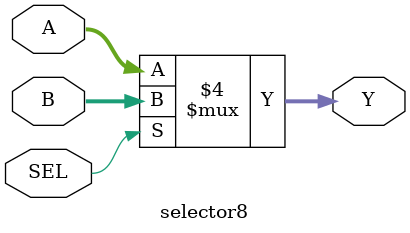
<source format=v>

module selector8 (A, B, SEL, Y);
  input  [7:0] A, B;
  input  SEL;
  output [7:0] Y;    // 8-bit output
  reg [7:0] Y;
  


  always @(A or B or SEL) 
    if (SEL == 1'b0)
      Y = A;
     else
      Y = B;

endmodule

</source>
